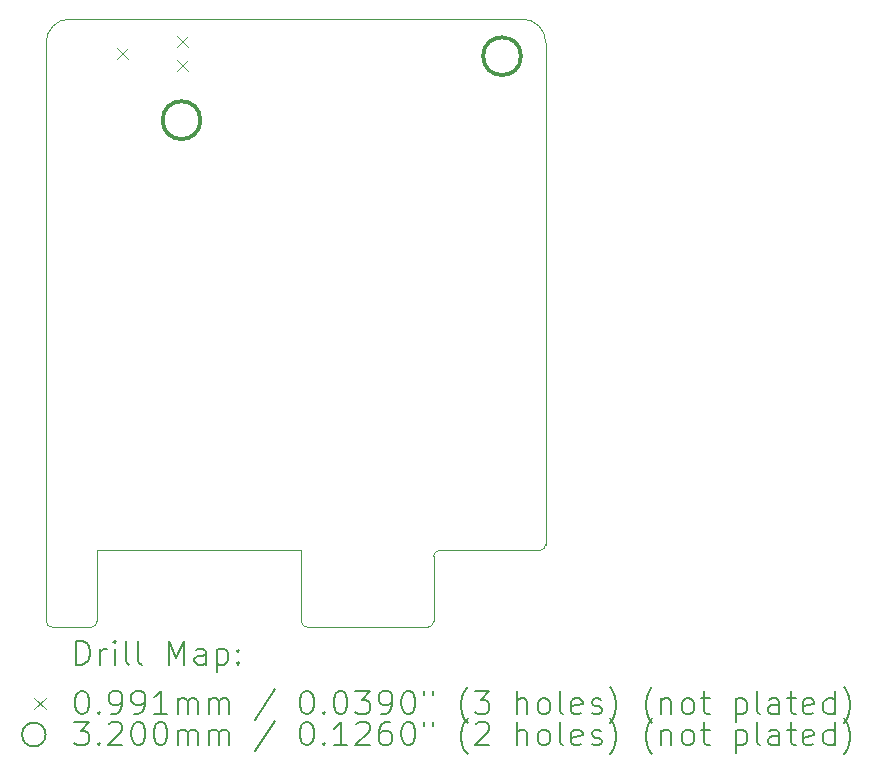
<source format=gbr>
%TF.GenerationSoftware,KiCad,Pcbnew,7.0.9*%
%TF.CreationDate,2023-12-30T12:31:23+01:00*%
%TF.ProjectId,ithowifi_4l,6974686f-7769-4666-995f-346c2e6b6963,rev?*%
%TF.SameCoordinates,Original*%
%TF.FileFunction,Drillmap*%
%TF.FilePolarity,Positive*%
%FSLAX45Y45*%
G04 Gerber Fmt 4.5, Leading zero omitted, Abs format (unit mm)*
G04 Created by KiCad (PCBNEW 7.0.9) date 2023-12-30 12:31:23*
%MOMM*%
%LPD*%
G01*
G04 APERTURE LIST*
%ADD10C,0.100000*%
%ADD11C,0.200000*%
%ADD12C,0.320000*%
G04 APERTURE END LIST*
D10*
X8303200Y-15596800D02*
G75*
G03*
X8353200Y-15646800I50000J0D01*
G01*
X12533200Y-10696800D02*
G75*
G03*
X12333200Y-10496800I-200000J0D01*
G01*
X12333200Y-10496800D02*
X8503200Y-10496800D01*
X12483200Y-14996800D02*
G75*
G03*
X12533200Y-14946800I0J50000D01*
G01*
X8683200Y-15646800D02*
X8353200Y-15646800D01*
X11533200Y-15646800D02*
X10513200Y-15646800D01*
X10463200Y-15596800D02*
G75*
G03*
X10513200Y-15646800I50000J0D01*
G01*
X11533200Y-15646800D02*
G75*
G03*
X11583200Y-15596800I0J50000D01*
G01*
X11583200Y-15596800D02*
X11583200Y-15046800D01*
X10463200Y-14996800D02*
X8733200Y-14996800D01*
X11633200Y-14996800D02*
G75*
G03*
X11583200Y-15046800I0J-50000D01*
G01*
X8733200Y-14996800D02*
X8733200Y-15596800D01*
X10463200Y-15596800D02*
X10463200Y-14996800D01*
X8683200Y-15646800D02*
G75*
G03*
X8733200Y-15596800I0J50000D01*
G01*
X8303200Y-15596800D02*
X8303200Y-10696800D01*
X8503200Y-10496800D02*
G75*
G03*
X8303200Y-10696800I0J-200000D01*
G01*
X12533200Y-10696800D02*
X12533200Y-14946800D01*
X12483200Y-14996800D02*
X11633200Y-14996800D01*
D11*
D10*
X8900070Y-10740610D02*
X8999130Y-10839670D01*
X8999130Y-10740610D02*
X8900070Y-10839670D01*
X9408070Y-10639010D02*
X9507130Y-10738070D01*
X9507130Y-10639010D02*
X9408070Y-10738070D01*
X9408070Y-10842210D02*
X9507130Y-10941270D01*
X9507130Y-10842210D02*
X9408070Y-10941270D01*
D12*
X9608800Y-11353800D02*
G75*
G03*
X9608800Y-11353800I-160000J0D01*
G01*
X12323000Y-10812000D02*
G75*
G03*
X12323000Y-10812000I-160000J0D01*
G01*
D11*
X8558977Y-15963284D02*
X8558977Y-15763284D01*
X8558977Y-15763284D02*
X8606596Y-15763284D01*
X8606596Y-15763284D02*
X8635167Y-15772808D01*
X8635167Y-15772808D02*
X8654215Y-15791855D01*
X8654215Y-15791855D02*
X8663739Y-15810903D01*
X8663739Y-15810903D02*
X8673263Y-15848998D01*
X8673263Y-15848998D02*
X8673263Y-15877569D01*
X8673263Y-15877569D02*
X8663739Y-15915665D01*
X8663739Y-15915665D02*
X8654215Y-15934712D01*
X8654215Y-15934712D02*
X8635167Y-15953760D01*
X8635167Y-15953760D02*
X8606596Y-15963284D01*
X8606596Y-15963284D02*
X8558977Y-15963284D01*
X8758977Y-15963284D02*
X8758977Y-15829950D01*
X8758977Y-15868046D02*
X8768501Y-15848998D01*
X8768501Y-15848998D02*
X8778024Y-15839474D01*
X8778024Y-15839474D02*
X8797072Y-15829950D01*
X8797072Y-15829950D02*
X8816120Y-15829950D01*
X8882786Y-15963284D02*
X8882786Y-15829950D01*
X8882786Y-15763284D02*
X8873263Y-15772808D01*
X8873263Y-15772808D02*
X8882786Y-15782331D01*
X8882786Y-15782331D02*
X8892310Y-15772808D01*
X8892310Y-15772808D02*
X8882786Y-15763284D01*
X8882786Y-15763284D02*
X8882786Y-15782331D01*
X9006596Y-15963284D02*
X8987548Y-15953760D01*
X8987548Y-15953760D02*
X8978024Y-15934712D01*
X8978024Y-15934712D02*
X8978024Y-15763284D01*
X9111358Y-15963284D02*
X9092310Y-15953760D01*
X9092310Y-15953760D02*
X9082786Y-15934712D01*
X9082786Y-15934712D02*
X9082786Y-15763284D01*
X9339929Y-15963284D02*
X9339929Y-15763284D01*
X9339929Y-15763284D02*
X9406596Y-15906141D01*
X9406596Y-15906141D02*
X9473263Y-15763284D01*
X9473263Y-15763284D02*
X9473263Y-15963284D01*
X9654215Y-15963284D02*
X9654215Y-15858522D01*
X9654215Y-15858522D02*
X9644691Y-15839474D01*
X9644691Y-15839474D02*
X9625644Y-15829950D01*
X9625644Y-15829950D02*
X9587548Y-15829950D01*
X9587548Y-15829950D02*
X9568501Y-15839474D01*
X9654215Y-15953760D02*
X9635167Y-15963284D01*
X9635167Y-15963284D02*
X9587548Y-15963284D01*
X9587548Y-15963284D02*
X9568501Y-15953760D01*
X9568501Y-15953760D02*
X9558977Y-15934712D01*
X9558977Y-15934712D02*
X9558977Y-15915665D01*
X9558977Y-15915665D02*
X9568501Y-15896617D01*
X9568501Y-15896617D02*
X9587548Y-15887093D01*
X9587548Y-15887093D02*
X9635167Y-15887093D01*
X9635167Y-15887093D02*
X9654215Y-15877569D01*
X9749453Y-15829950D02*
X9749453Y-16029950D01*
X9749453Y-15839474D02*
X9768501Y-15829950D01*
X9768501Y-15829950D02*
X9806596Y-15829950D01*
X9806596Y-15829950D02*
X9825644Y-15839474D01*
X9825644Y-15839474D02*
X9835167Y-15848998D01*
X9835167Y-15848998D02*
X9844691Y-15868046D01*
X9844691Y-15868046D02*
X9844691Y-15925188D01*
X9844691Y-15925188D02*
X9835167Y-15944236D01*
X9835167Y-15944236D02*
X9825644Y-15953760D01*
X9825644Y-15953760D02*
X9806596Y-15963284D01*
X9806596Y-15963284D02*
X9768501Y-15963284D01*
X9768501Y-15963284D02*
X9749453Y-15953760D01*
X9930405Y-15944236D02*
X9939929Y-15953760D01*
X9939929Y-15953760D02*
X9930405Y-15963284D01*
X9930405Y-15963284D02*
X9920882Y-15953760D01*
X9920882Y-15953760D02*
X9930405Y-15944236D01*
X9930405Y-15944236D02*
X9930405Y-15963284D01*
X9930405Y-15839474D02*
X9939929Y-15848998D01*
X9939929Y-15848998D02*
X9930405Y-15858522D01*
X9930405Y-15858522D02*
X9920882Y-15848998D01*
X9920882Y-15848998D02*
X9930405Y-15839474D01*
X9930405Y-15839474D02*
X9930405Y-15858522D01*
D10*
X8199140Y-16242270D02*
X8298200Y-16341330D01*
X8298200Y-16242270D02*
X8199140Y-16341330D01*
D11*
X8597072Y-16183284D02*
X8616120Y-16183284D01*
X8616120Y-16183284D02*
X8635167Y-16192808D01*
X8635167Y-16192808D02*
X8644691Y-16202331D01*
X8644691Y-16202331D02*
X8654215Y-16221379D01*
X8654215Y-16221379D02*
X8663739Y-16259474D01*
X8663739Y-16259474D02*
X8663739Y-16307093D01*
X8663739Y-16307093D02*
X8654215Y-16345188D01*
X8654215Y-16345188D02*
X8644691Y-16364236D01*
X8644691Y-16364236D02*
X8635167Y-16373760D01*
X8635167Y-16373760D02*
X8616120Y-16383284D01*
X8616120Y-16383284D02*
X8597072Y-16383284D01*
X8597072Y-16383284D02*
X8578024Y-16373760D01*
X8578024Y-16373760D02*
X8568501Y-16364236D01*
X8568501Y-16364236D02*
X8558977Y-16345188D01*
X8558977Y-16345188D02*
X8549453Y-16307093D01*
X8549453Y-16307093D02*
X8549453Y-16259474D01*
X8549453Y-16259474D02*
X8558977Y-16221379D01*
X8558977Y-16221379D02*
X8568501Y-16202331D01*
X8568501Y-16202331D02*
X8578024Y-16192808D01*
X8578024Y-16192808D02*
X8597072Y-16183284D01*
X8749453Y-16364236D02*
X8758977Y-16373760D01*
X8758977Y-16373760D02*
X8749453Y-16383284D01*
X8749453Y-16383284D02*
X8739929Y-16373760D01*
X8739929Y-16373760D02*
X8749453Y-16364236D01*
X8749453Y-16364236D02*
X8749453Y-16383284D01*
X8854215Y-16383284D02*
X8892310Y-16383284D01*
X8892310Y-16383284D02*
X8911358Y-16373760D01*
X8911358Y-16373760D02*
X8920882Y-16364236D01*
X8920882Y-16364236D02*
X8939929Y-16335665D01*
X8939929Y-16335665D02*
X8949453Y-16297569D01*
X8949453Y-16297569D02*
X8949453Y-16221379D01*
X8949453Y-16221379D02*
X8939929Y-16202331D01*
X8939929Y-16202331D02*
X8930405Y-16192808D01*
X8930405Y-16192808D02*
X8911358Y-16183284D01*
X8911358Y-16183284D02*
X8873263Y-16183284D01*
X8873263Y-16183284D02*
X8854215Y-16192808D01*
X8854215Y-16192808D02*
X8844691Y-16202331D01*
X8844691Y-16202331D02*
X8835167Y-16221379D01*
X8835167Y-16221379D02*
X8835167Y-16268998D01*
X8835167Y-16268998D02*
X8844691Y-16288046D01*
X8844691Y-16288046D02*
X8854215Y-16297569D01*
X8854215Y-16297569D02*
X8873263Y-16307093D01*
X8873263Y-16307093D02*
X8911358Y-16307093D01*
X8911358Y-16307093D02*
X8930405Y-16297569D01*
X8930405Y-16297569D02*
X8939929Y-16288046D01*
X8939929Y-16288046D02*
X8949453Y-16268998D01*
X9044691Y-16383284D02*
X9082786Y-16383284D01*
X9082786Y-16383284D02*
X9101834Y-16373760D01*
X9101834Y-16373760D02*
X9111358Y-16364236D01*
X9111358Y-16364236D02*
X9130405Y-16335665D01*
X9130405Y-16335665D02*
X9139929Y-16297569D01*
X9139929Y-16297569D02*
X9139929Y-16221379D01*
X9139929Y-16221379D02*
X9130405Y-16202331D01*
X9130405Y-16202331D02*
X9120882Y-16192808D01*
X9120882Y-16192808D02*
X9101834Y-16183284D01*
X9101834Y-16183284D02*
X9063739Y-16183284D01*
X9063739Y-16183284D02*
X9044691Y-16192808D01*
X9044691Y-16192808D02*
X9035167Y-16202331D01*
X9035167Y-16202331D02*
X9025644Y-16221379D01*
X9025644Y-16221379D02*
X9025644Y-16268998D01*
X9025644Y-16268998D02*
X9035167Y-16288046D01*
X9035167Y-16288046D02*
X9044691Y-16297569D01*
X9044691Y-16297569D02*
X9063739Y-16307093D01*
X9063739Y-16307093D02*
X9101834Y-16307093D01*
X9101834Y-16307093D02*
X9120882Y-16297569D01*
X9120882Y-16297569D02*
X9130405Y-16288046D01*
X9130405Y-16288046D02*
X9139929Y-16268998D01*
X9330405Y-16383284D02*
X9216120Y-16383284D01*
X9273263Y-16383284D02*
X9273263Y-16183284D01*
X9273263Y-16183284D02*
X9254215Y-16211855D01*
X9254215Y-16211855D02*
X9235167Y-16230903D01*
X9235167Y-16230903D02*
X9216120Y-16240427D01*
X9416120Y-16383284D02*
X9416120Y-16249950D01*
X9416120Y-16268998D02*
X9425644Y-16259474D01*
X9425644Y-16259474D02*
X9444691Y-16249950D01*
X9444691Y-16249950D02*
X9473263Y-16249950D01*
X9473263Y-16249950D02*
X9492310Y-16259474D01*
X9492310Y-16259474D02*
X9501834Y-16278522D01*
X9501834Y-16278522D02*
X9501834Y-16383284D01*
X9501834Y-16278522D02*
X9511358Y-16259474D01*
X9511358Y-16259474D02*
X9530405Y-16249950D01*
X9530405Y-16249950D02*
X9558977Y-16249950D01*
X9558977Y-16249950D02*
X9578025Y-16259474D01*
X9578025Y-16259474D02*
X9587548Y-16278522D01*
X9587548Y-16278522D02*
X9587548Y-16383284D01*
X9682786Y-16383284D02*
X9682786Y-16249950D01*
X9682786Y-16268998D02*
X9692310Y-16259474D01*
X9692310Y-16259474D02*
X9711358Y-16249950D01*
X9711358Y-16249950D02*
X9739929Y-16249950D01*
X9739929Y-16249950D02*
X9758977Y-16259474D01*
X9758977Y-16259474D02*
X9768501Y-16278522D01*
X9768501Y-16278522D02*
X9768501Y-16383284D01*
X9768501Y-16278522D02*
X9778025Y-16259474D01*
X9778025Y-16259474D02*
X9797072Y-16249950D01*
X9797072Y-16249950D02*
X9825644Y-16249950D01*
X9825644Y-16249950D02*
X9844691Y-16259474D01*
X9844691Y-16259474D02*
X9854215Y-16278522D01*
X9854215Y-16278522D02*
X9854215Y-16383284D01*
X10244691Y-16173760D02*
X10073263Y-16430903D01*
X10501834Y-16183284D02*
X10520882Y-16183284D01*
X10520882Y-16183284D02*
X10539929Y-16192808D01*
X10539929Y-16192808D02*
X10549453Y-16202331D01*
X10549453Y-16202331D02*
X10558977Y-16221379D01*
X10558977Y-16221379D02*
X10568501Y-16259474D01*
X10568501Y-16259474D02*
X10568501Y-16307093D01*
X10568501Y-16307093D02*
X10558977Y-16345188D01*
X10558977Y-16345188D02*
X10549453Y-16364236D01*
X10549453Y-16364236D02*
X10539929Y-16373760D01*
X10539929Y-16373760D02*
X10520882Y-16383284D01*
X10520882Y-16383284D02*
X10501834Y-16383284D01*
X10501834Y-16383284D02*
X10482787Y-16373760D01*
X10482787Y-16373760D02*
X10473263Y-16364236D01*
X10473263Y-16364236D02*
X10463739Y-16345188D01*
X10463739Y-16345188D02*
X10454215Y-16307093D01*
X10454215Y-16307093D02*
X10454215Y-16259474D01*
X10454215Y-16259474D02*
X10463739Y-16221379D01*
X10463739Y-16221379D02*
X10473263Y-16202331D01*
X10473263Y-16202331D02*
X10482787Y-16192808D01*
X10482787Y-16192808D02*
X10501834Y-16183284D01*
X10654215Y-16364236D02*
X10663739Y-16373760D01*
X10663739Y-16373760D02*
X10654215Y-16383284D01*
X10654215Y-16383284D02*
X10644691Y-16373760D01*
X10644691Y-16373760D02*
X10654215Y-16364236D01*
X10654215Y-16364236D02*
X10654215Y-16383284D01*
X10787548Y-16183284D02*
X10806596Y-16183284D01*
X10806596Y-16183284D02*
X10825644Y-16192808D01*
X10825644Y-16192808D02*
X10835168Y-16202331D01*
X10835168Y-16202331D02*
X10844691Y-16221379D01*
X10844691Y-16221379D02*
X10854215Y-16259474D01*
X10854215Y-16259474D02*
X10854215Y-16307093D01*
X10854215Y-16307093D02*
X10844691Y-16345188D01*
X10844691Y-16345188D02*
X10835168Y-16364236D01*
X10835168Y-16364236D02*
X10825644Y-16373760D01*
X10825644Y-16373760D02*
X10806596Y-16383284D01*
X10806596Y-16383284D02*
X10787548Y-16383284D01*
X10787548Y-16383284D02*
X10768501Y-16373760D01*
X10768501Y-16373760D02*
X10758977Y-16364236D01*
X10758977Y-16364236D02*
X10749453Y-16345188D01*
X10749453Y-16345188D02*
X10739929Y-16307093D01*
X10739929Y-16307093D02*
X10739929Y-16259474D01*
X10739929Y-16259474D02*
X10749453Y-16221379D01*
X10749453Y-16221379D02*
X10758977Y-16202331D01*
X10758977Y-16202331D02*
X10768501Y-16192808D01*
X10768501Y-16192808D02*
X10787548Y-16183284D01*
X10920882Y-16183284D02*
X11044691Y-16183284D01*
X11044691Y-16183284D02*
X10978025Y-16259474D01*
X10978025Y-16259474D02*
X11006596Y-16259474D01*
X11006596Y-16259474D02*
X11025644Y-16268998D01*
X11025644Y-16268998D02*
X11035168Y-16278522D01*
X11035168Y-16278522D02*
X11044691Y-16297569D01*
X11044691Y-16297569D02*
X11044691Y-16345188D01*
X11044691Y-16345188D02*
X11035168Y-16364236D01*
X11035168Y-16364236D02*
X11025644Y-16373760D01*
X11025644Y-16373760D02*
X11006596Y-16383284D01*
X11006596Y-16383284D02*
X10949453Y-16383284D01*
X10949453Y-16383284D02*
X10930406Y-16373760D01*
X10930406Y-16373760D02*
X10920882Y-16364236D01*
X11139929Y-16383284D02*
X11178025Y-16383284D01*
X11178025Y-16383284D02*
X11197072Y-16373760D01*
X11197072Y-16373760D02*
X11206596Y-16364236D01*
X11206596Y-16364236D02*
X11225644Y-16335665D01*
X11225644Y-16335665D02*
X11235167Y-16297569D01*
X11235167Y-16297569D02*
X11235167Y-16221379D01*
X11235167Y-16221379D02*
X11225644Y-16202331D01*
X11225644Y-16202331D02*
X11216120Y-16192808D01*
X11216120Y-16192808D02*
X11197072Y-16183284D01*
X11197072Y-16183284D02*
X11158977Y-16183284D01*
X11158977Y-16183284D02*
X11139929Y-16192808D01*
X11139929Y-16192808D02*
X11130406Y-16202331D01*
X11130406Y-16202331D02*
X11120882Y-16221379D01*
X11120882Y-16221379D02*
X11120882Y-16268998D01*
X11120882Y-16268998D02*
X11130406Y-16288046D01*
X11130406Y-16288046D02*
X11139929Y-16297569D01*
X11139929Y-16297569D02*
X11158977Y-16307093D01*
X11158977Y-16307093D02*
X11197072Y-16307093D01*
X11197072Y-16307093D02*
X11216120Y-16297569D01*
X11216120Y-16297569D02*
X11225644Y-16288046D01*
X11225644Y-16288046D02*
X11235167Y-16268998D01*
X11358977Y-16183284D02*
X11378025Y-16183284D01*
X11378025Y-16183284D02*
X11397072Y-16192808D01*
X11397072Y-16192808D02*
X11406596Y-16202331D01*
X11406596Y-16202331D02*
X11416120Y-16221379D01*
X11416120Y-16221379D02*
X11425644Y-16259474D01*
X11425644Y-16259474D02*
X11425644Y-16307093D01*
X11425644Y-16307093D02*
X11416120Y-16345188D01*
X11416120Y-16345188D02*
X11406596Y-16364236D01*
X11406596Y-16364236D02*
X11397072Y-16373760D01*
X11397072Y-16373760D02*
X11378025Y-16383284D01*
X11378025Y-16383284D02*
X11358977Y-16383284D01*
X11358977Y-16383284D02*
X11339929Y-16373760D01*
X11339929Y-16373760D02*
X11330406Y-16364236D01*
X11330406Y-16364236D02*
X11320882Y-16345188D01*
X11320882Y-16345188D02*
X11311358Y-16307093D01*
X11311358Y-16307093D02*
X11311358Y-16259474D01*
X11311358Y-16259474D02*
X11320882Y-16221379D01*
X11320882Y-16221379D02*
X11330406Y-16202331D01*
X11330406Y-16202331D02*
X11339929Y-16192808D01*
X11339929Y-16192808D02*
X11358977Y-16183284D01*
X11501834Y-16183284D02*
X11501834Y-16221379D01*
X11578025Y-16183284D02*
X11578025Y-16221379D01*
X11873263Y-16459474D02*
X11863739Y-16449950D01*
X11863739Y-16449950D02*
X11844691Y-16421379D01*
X11844691Y-16421379D02*
X11835168Y-16402331D01*
X11835168Y-16402331D02*
X11825644Y-16373760D01*
X11825644Y-16373760D02*
X11816120Y-16326141D01*
X11816120Y-16326141D02*
X11816120Y-16288046D01*
X11816120Y-16288046D02*
X11825644Y-16240427D01*
X11825644Y-16240427D02*
X11835168Y-16211855D01*
X11835168Y-16211855D02*
X11844691Y-16192808D01*
X11844691Y-16192808D02*
X11863739Y-16164236D01*
X11863739Y-16164236D02*
X11873263Y-16154712D01*
X11930406Y-16183284D02*
X12054215Y-16183284D01*
X12054215Y-16183284D02*
X11987548Y-16259474D01*
X11987548Y-16259474D02*
X12016120Y-16259474D01*
X12016120Y-16259474D02*
X12035168Y-16268998D01*
X12035168Y-16268998D02*
X12044691Y-16278522D01*
X12044691Y-16278522D02*
X12054215Y-16297569D01*
X12054215Y-16297569D02*
X12054215Y-16345188D01*
X12054215Y-16345188D02*
X12044691Y-16364236D01*
X12044691Y-16364236D02*
X12035168Y-16373760D01*
X12035168Y-16373760D02*
X12016120Y-16383284D01*
X12016120Y-16383284D02*
X11958977Y-16383284D01*
X11958977Y-16383284D02*
X11939929Y-16373760D01*
X11939929Y-16373760D02*
X11930406Y-16364236D01*
X12292310Y-16383284D02*
X12292310Y-16183284D01*
X12378025Y-16383284D02*
X12378025Y-16278522D01*
X12378025Y-16278522D02*
X12368501Y-16259474D01*
X12368501Y-16259474D02*
X12349453Y-16249950D01*
X12349453Y-16249950D02*
X12320882Y-16249950D01*
X12320882Y-16249950D02*
X12301834Y-16259474D01*
X12301834Y-16259474D02*
X12292310Y-16268998D01*
X12501834Y-16383284D02*
X12482787Y-16373760D01*
X12482787Y-16373760D02*
X12473263Y-16364236D01*
X12473263Y-16364236D02*
X12463739Y-16345188D01*
X12463739Y-16345188D02*
X12463739Y-16288046D01*
X12463739Y-16288046D02*
X12473263Y-16268998D01*
X12473263Y-16268998D02*
X12482787Y-16259474D01*
X12482787Y-16259474D02*
X12501834Y-16249950D01*
X12501834Y-16249950D02*
X12530406Y-16249950D01*
X12530406Y-16249950D02*
X12549453Y-16259474D01*
X12549453Y-16259474D02*
X12558977Y-16268998D01*
X12558977Y-16268998D02*
X12568501Y-16288046D01*
X12568501Y-16288046D02*
X12568501Y-16345188D01*
X12568501Y-16345188D02*
X12558977Y-16364236D01*
X12558977Y-16364236D02*
X12549453Y-16373760D01*
X12549453Y-16373760D02*
X12530406Y-16383284D01*
X12530406Y-16383284D02*
X12501834Y-16383284D01*
X12682787Y-16383284D02*
X12663739Y-16373760D01*
X12663739Y-16373760D02*
X12654215Y-16354712D01*
X12654215Y-16354712D02*
X12654215Y-16183284D01*
X12835168Y-16373760D02*
X12816120Y-16383284D01*
X12816120Y-16383284D02*
X12778025Y-16383284D01*
X12778025Y-16383284D02*
X12758977Y-16373760D01*
X12758977Y-16373760D02*
X12749453Y-16354712D01*
X12749453Y-16354712D02*
X12749453Y-16278522D01*
X12749453Y-16278522D02*
X12758977Y-16259474D01*
X12758977Y-16259474D02*
X12778025Y-16249950D01*
X12778025Y-16249950D02*
X12816120Y-16249950D01*
X12816120Y-16249950D02*
X12835168Y-16259474D01*
X12835168Y-16259474D02*
X12844691Y-16278522D01*
X12844691Y-16278522D02*
X12844691Y-16297569D01*
X12844691Y-16297569D02*
X12749453Y-16316617D01*
X12920882Y-16373760D02*
X12939930Y-16383284D01*
X12939930Y-16383284D02*
X12978025Y-16383284D01*
X12978025Y-16383284D02*
X12997072Y-16373760D01*
X12997072Y-16373760D02*
X13006596Y-16354712D01*
X13006596Y-16354712D02*
X13006596Y-16345188D01*
X13006596Y-16345188D02*
X12997072Y-16326141D01*
X12997072Y-16326141D02*
X12978025Y-16316617D01*
X12978025Y-16316617D02*
X12949453Y-16316617D01*
X12949453Y-16316617D02*
X12930406Y-16307093D01*
X12930406Y-16307093D02*
X12920882Y-16288046D01*
X12920882Y-16288046D02*
X12920882Y-16278522D01*
X12920882Y-16278522D02*
X12930406Y-16259474D01*
X12930406Y-16259474D02*
X12949453Y-16249950D01*
X12949453Y-16249950D02*
X12978025Y-16249950D01*
X12978025Y-16249950D02*
X12997072Y-16259474D01*
X13073263Y-16459474D02*
X13082787Y-16449950D01*
X13082787Y-16449950D02*
X13101834Y-16421379D01*
X13101834Y-16421379D02*
X13111358Y-16402331D01*
X13111358Y-16402331D02*
X13120882Y-16373760D01*
X13120882Y-16373760D02*
X13130406Y-16326141D01*
X13130406Y-16326141D02*
X13130406Y-16288046D01*
X13130406Y-16288046D02*
X13120882Y-16240427D01*
X13120882Y-16240427D02*
X13111358Y-16211855D01*
X13111358Y-16211855D02*
X13101834Y-16192808D01*
X13101834Y-16192808D02*
X13082787Y-16164236D01*
X13082787Y-16164236D02*
X13073263Y-16154712D01*
X13435168Y-16459474D02*
X13425644Y-16449950D01*
X13425644Y-16449950D02*
X13406596Y-16421379D01*
X13406596Y-16421379D02*
X13397072Y-16402331D01*
X13397072Y-16402331D02*
X13387549Y-16373760D01*
X13387549Y-16373760D02*
X13378025Y-16326141D01*
X13378025Y-16326141D02*
X13378025Y-16288046D01*
X13378025Y-16288046D02*
X13387549Y-16240427D01*
X13387549Y-16240427D02*
X13397072Y-16211855D01*
X13397072Y-16211855D02*
X13406596Y-16192808D01*
X13406596Y-16192808D02*
X13425644Y-16164236D01*
X13425644Y-16164236D02*
X13435168Y-16154712D01*
X13511358Y-16249950D02*
X13511358Y-16383284D01*
X13511358Y-16268998D02*
X13520882Y-16259474D01*
X13520882Y-16259474D02*
X13539930Y-16249950D01*
X13539930Y-16249950D02*
X13568501Y-16249950D01*
X13568501Y-16249950D02*
X13587549Y-16259474D01*
X13587549Y-16259474D02*
X13597072Y-16278522D01*
X13597072Y-16278522D02*
X13597072Y-16383284D01*
X13720882Y-16383284D02*
X13701834Y-16373760D01*
X13701834Y-16373760D02*
X13692311Y-16364236D01*
X13692311Y-16364236D02*
X13682787Y-16345188D01*
X13682787Y-16345188D02*
X13682787Y-16288046D01*
X13682787Y-16288046D02*
X13692311Y-16268998D01*
X13692311Y-16268998D02*
X13701834Y-16259474D01*
X13701834Y-16259474D02*
X13720882Y-16249950D01*
X13720882Y-16249950D02*
X13749453Y-16249950D01*
X13749453Y-16249950D02*
X13768501Y-16259474D01*
X13768501Y-16259474D02*
X13778025Y-16268998D01*
X13778025Y-16268998D02*
X13787549Y-16288046D01*
X13787549Y-16288046D02*
X13787549Y-16345188D01*
X13787549Y-16345188D02*
X13778025Y-16364236D01*
X13778025Y-16364236D02*
X13768501Y-16373760D01*
X13768501Y-16373760D02*
X13749453Y-16383284D01*
X13749453Y-16383284D02*
X13720882Y-16383284D01*
X13844692Y-16249950D02*
X13920882Y-16249950D01*
X13873263Y-16183284D02*
X13873263Y-16354712D01*
X13873263Y-16354712D02*
X13882787Y-16373760D01*
X13882787Y-16373760D02*
X13901834Y-16383284D01*
X13901834Y-16383284D02*
X13920882Y-16383284D01*
X14139930Y-16249950D02*
X14139930Y-16449950D01*
X14139930Y-16259474D02*
X14158977Y-16249950D01*
X14158977Y-16249950D02*
X14197073Y-16249950D01*
X14197073Y-16249950D02*
X14216120Y-16259474D01*
X14216120Y-16259474D02*
X14225644Y-16268998D01*
X14225644Y-16268998D02*
X14235168Y-16288046D01*
X14235168Y-16288046D02*
X14235168Y-16345188D01*
X14235168Y-16345188D02*
X14225644Y-16364236D01*
X14225644Y-16364236D02*
X14216120Y-16373760D01*
X14216120Y-16373760D02*
X14197073Y-16383284D01*
X14197073Y-16383284D02*
X14158977Y-16383284D01*
X14158977Y-16383284D02*
X14139930Y-16373760D01*
X14349453Y-16383284D02*
X14330406Y-16373760D01*
X14330406Y-16373760D02*
X14320882Y-16354712D01*
X14320882Y-16354712D02*
X14320882Y-16183284D01*
X14511358Y-16383284D02*
X14511358Y-16278522D01*
X14511358Y-16278522D02*
X14501834Y-16259474D01*
X14501834Y-16259474D02*
X14482787Y-16249950D01*
X14482787Y-16249950D02*
X14444692Y-16249950D01*
X14444692Y-16249950D02*
X14425644Y-16259474D01*
X14511358Y-16373760D02*
X14492311Y-16383284D01*
X14492311Y-16383284D02*
X14444692Y-16383284D01*
X14444692Y-16383284D02*
X14425644Y-16373760D01*
X14425644Y-16373760D02*
X14416120Y-16354712D01*
X14416120Y-16354712D02*
X14416120Y-16335665D01*
X14416120Y-16335665D02*
X14425644Y-16316617D01*
X14425644Y-16316617D02*
X14444692Y-16307093D01*
X14444692Y-16307093D02*
X14492311Y-16307093D01*
X14492311Y-16307093D02*
X14511358Y-16297569D01*
X14578025Y-16249950D02*
X14654215Y-16249950D01*
X14606596Y-16183284D02*
X14606596Y-16354712D01*
X14606596Y-16354712D02*
X14616120Y-16373760D01*
X14616120Y-16373760D02*
X14635168Y-16383284D01*
X14635168Y-16383284D02*
X14654215Y-16383284D01*
X14797073Y-16373760D02*
X14778025Y-16383284D01*
X14778025Y-16383284D02*
X14739930Y-16383284D01*
X14739930Y-16383284D02*
X14720882Y-16373760D01*
X14720882Y-16373760D02*
X14711358Y-16354712D01*
X14711358Y-16354712D02*
X14711358Y-16278522D01*
X14711358Y-16278522D02*
X14720882Y-16259474D01*
X14720882Y-16259474D02*
X14739930Y-16249950D01*
X14739930Y-16249950D02*
X14778025Y-16249950D01*
X14778025Y-16249950D02*
X14797073Y-16259474D01*
X14797073Y-16259474D02*
X14806596Y-16278522D01*
X14806596Y-16278522D02*
X14806596Y-16297569D01*
X14806596Y-16297569D02*
X14711358Y-16316617D01*
X14978025Y-16383284D02*
X14978025Y-16183284D01*
X14978025Y-16373760D02*
X14958977Y-16383284D01*
X14958977Y-16383284D02*
X14920882Y-16383284D01*
X14920882Y-16383284D02*
X14901834Y-16373760D01*
X14901834Y-16373760D02*
X14892311Y-16364236D01*
X14892311Y-16364236D02*
X14882787Y-16345188D01*
X14882787Y-16345188D02*
X14882787Y-16288046D01*
X14882787Y-16288046D02*
X14892311Y-16268998D01*
X14892311Y-16268998D02*
X14901834Y-16259474D01*
X14901834Y-16259474D02*
X14920882Y-16249950D01*
X14920882Y-16249950D02*
X14958977Y-16249950D01*
X14958977Y-16249950D02*
X14978025Y-16259474D01*
X15054215Y-16459474D02*
X15063739Y-16449950D01*
X15063739Y-16449950D02*
X15082787Y-16421379D01*
X15082787Y-16421379D02*
X15092311Y-16402331D01*
X15092311Y-16402331D02*
X15101834Y-16373760D01*
X15101834Y-16373760D02*
X15111358Y-16326141D01*
X15111358Y-16326141D02*
X15111358Y-16288046D01*
X15111358Y-16288046D02*
X15101834Y-16240427D01*
X15101834Y-16240427D02*
X15092311Y-16211855D01*
X15092311Y-16211855D02*
X15082787Y-16192808D01*
X15082787Y-16192808D02*
X15063739Y-16164236D01*
X15063739Y-16164236D02*
X15054215Y-16154712D01*
X8298200Y-16555800D02*
G75*
G03*
X8298200Y-16555800I-100000J0D01*
G01*
X8539929Y-16447284D02*
X8663739Y-16447284D01*
X8663739Y-16447284D02*
X8597072Y-16523474D01*
X8597072Y-16523474D02*
X8625644Y-16523474D01*
X8625644Y-16523474D02*
X8644691Y-16532998D01*
X8644691Y-16532998D02*
X8654215Y-16542522D01*
X8654215Y-16542522D02*
X8663739Y-16561569D01*
X8663739Y-16561569D02*
X8663739Y-16609188D01*
X8663739Y-16609188D02*
X8654215Y-16628236D01*
X8654215Y-16628236D02*
X8644691Y-16637760D01*
X8644691Y-16637760D02*
X8625644Y-16647284D01*
X8625644Y-16647284D02*
X8568501Y-16647284D01*
X8568501Y-16647284D02*
X8549453Y-16637760D01*
X8549453Y-16637760D02*
X8539929Y-16628236D01*
X8749453Y-16628236D02*
X8758977Y-16637760D01*
X8758977Y-16637760D02*
X8749453Y-16647284D01*
X8749453Y-16647284D02*
X8739929Y-16637760D01*
X8739929Y-16637760D02*
X8749453Y-16628236D01*
X8749453Y-16628236D02*
X8749453Y-16647284D01*
X8835167Y-16466331D02*
X8844691Y-16456808D01*
X8844691Y-16456808D02*
X8863739Y-16447284D01*
X8863739Y-16447284D02*
X8911358Y-16447284D01*
X8911358Y-16447284D02*
X8930405Y-16456808D01*
X8930405Y-16456808D02*
X8939929Y-16466331D01*
X8939929Y-16466331D02*
X8949453Y-16485379D01*
X8949453Y-16485379D02*
X8949453Y-16504427D01*
X8949453Y-16504427D02*
X8939929Y-16532998D01*
X8939929Y-16532998D02*
X8825644Y-16647284D01*
X8825644Y-16647284D02*
X8949453Y-16647284D01*
X9073263Y-16447284D02*
X9092310Y-16447284D01*
X9092310Y-16447284D02*
X9111358Y-16456808D01*
X9111358Y-16456808D02*
X9120882Y-16466331D01*
X9120882Y-16466331D02*
X9130405Y-16485379D01*
X9130405Y-16485379D02*
X9139929Y-16523474D01*
X9139929Y-16523474D02*
X9139929Y-16571093D01*
X9139929Y-16571093D02*
X9130405Y-16609188D01*
X9130405Y-16609188D02*
X9120882Y-16628236D01*
X9120882Y-16628236D02*
X9111358Y-16637760D01*
X9111358Y-16637760D02*
X9092310Y-16647284D01*
X9092310Y-16647284D02*
X9073263Y-16647284D01*
X9073263Y-16647284D02*
X9054215Y-16637760D01*
X9054215Y-16637760D02*
X9044691Y-16628236D01*
X9044691Y-16628236D02*
X9035167Y-16609188D01*
X9035167Y-16609188D02*
X9025644Y-16571093D01*
X9025644Y-16571093D02*
X9025644Y-16523474D01*
X9025644Y-16523474D02*
X9035167Y-16485379D01*
X9035167Y-16485379D02*
X9044691Y-16466331D01*
X9044691Y-16466331D02*
X9054215Y-16456808D01*
X9054215Y-16456808D02*
X9073263Y-16447284D01*
X9263739Y-16447284D02*
X9282786Y-16447284D01*
X9282786Y-16447284D02*
X9301834Y-16456808D01*
X9301834Y-16456808D02*
X9311358Y-16466331D01*
X9311358Y-16466331D02*
X9320882Y-16485379D01*
X9320882Y-16485379D02*
X9330405Y-16523474D01*
X9330405Y-16523474D02*
X9330405Y-16571093D01*
X9330405Y-16571093D02*
X9320882Y-16609188D01*
X9320882Y-16609188D02*
X9311358Y-16628236D01*
X9311358Y-16628236D02*
X9301834Y-16637760D01*
X9301834Y-16637760D02*
X9282786Y-16647284D01*
X9282786Y-16647284D02*
X9263739Y-16647284D01*
X9263739Y-16647284D02*
X9244691Y-16637760D01*
X9244691Y-16637760D02*
X9235167Y-16628236D01*
X9235167Y-16628236D02*
X9225644Y-16609188D01*
X9225644Y-16609188D02*
X9216120Y-16571093D01*
X9216120Y-16571093D02*
X9216120Y-16523474D01*
X9216120Y-16523474D02*
X9225644Y-16485379D01*
X9225644Y-16485379D02*
X9235167Y-16466331D01*
X9235167Y-16466331D02*
X9244691Y-16456808D01*
X9244691Y-16456808D02*
X9263739Y-16447284D01*
X9416120Y-16647284D02*
X9416120Y-16513950D01*
X9416120Y-16532998D02*
X9425644Y-16523474D01*
X9425644Y-16523474D02*
X9444691Y-16513950D01*
X9444691Y-16513950D02*
X9473263Y-16513950D01*
X9473263Y-16513950D02*
X9492310Y-16523474D01*
X9492310Y-16523474D02*
X9501834Y-16542522D01*
X9501834Y-16542522D02*
X9501834Y-16647284D01*
X9501834Y-16542522D02*
X9511358Y-16523474D01*
X9511358Y-16523474D02*
X9530405Y-16513950D01*
X9530405Y-16513950D02*
X9558977Y-16513950D01*
X9558977Y-16513950D02*
X9578025Y-16523474D01*
X9578025Y-16523474D02*
X9587548Y-16542522D01*
X9587548Y-16542522D02*
X9587548Y-16647284D01*
X9682786Y-16647284D02*
X9682786Y-16513950D01*
X9682786Y-16532998D02*
X9692310Y-16523474D01*
X9692310Y-16523474D02*
X9711358Y-16513950D01*
X9711358Y-16513950D02*
X9739929Y-16513950D01*
X9739929Y-16513950D02*
X9758977Y-16523474D01*
X9758977Y-16523474D02*
X9768501Y-16542522D01*
X9768501Y-16542522D02*
X9768501Y-16647284D01*
X9768501Y-16542522D02*
X9778025Y-16523474D01*
X9778025Y-16523474D02*
X9797072Y-16513950D01*
X9797072Y-16513950D02*
X9825644Y-16513950D01*
X9825644Y-16513950D02*
X9844691Y-16523474D01*
X9844691Y-16523474D02*
X9854215Y-16542522D01*
X9854215Y-16542522D02*
X9854215Y-16647284D01*
X10244691Y-16437760D02*
X10073263Y-16694903D01*
X10501834Y-16447284D02*
X10520882Y-16447284D01*
X10520882Y-16447284D02*
X10539929Y-16456808D01*
X10539929Y-16456808D02*
X10549453Y-16466331D01*
X10549453Y-16466331D02*
X10558977Y-16485379D01*
X10558977Y-16485379D02*
X10568501Y-16523474D01*
X10568501Y-16523474D02*
X10568501Y-16571093D01*
X10568501Y-16571093D02*
X10558977Y-16609188D01*
X10558977Y-16609188D02*
X10549453Y-16628236D01*
X10549453Y-16628236D02*
X10539929Y-16637760D01*
X10539929Y-16637760D02*
X10520882Y-16647284D01*
X10520882Y-16647284D02*
X10501834Y-16647284D01*
X10501834Y-16647284D02*
X10482787Y-16637760D01*
X10482787Y-16637760D02*
X10473263Y-16628236D01*
X10473263Y-16628236D02*
X10463739Y-16609188D01*
X10463739Y-16609188D02*
X10454215Y-16571093D01*
X10454215Y-16571093D02*
X10454215Y-16523474D01*
X10454215Y-16523474D02*
X10463739Y-16485379D01*
X10463739Y-16485379D02*
X10473263Y-16466331D01*
X10473263Y-16466331D02*
X10482787Y-16456808D01*
X10482787Y-16456808D02*
X10501834Y-16447284D01*
X10654215Y-16628236D02*
X10663739Y-16637760D01*
X10663739Y-16637760D02*
X10654215Y-16647284D01*
X10654215Y-16647284D02*
X10644691Y-16637760D01*
X10644691Y-16637760D02*
X10654215Y-16628236D01*
X10654215Y-16628236D02*
X10654215Y-16647284D01*
X10854215Y-16647284D02*
X10739929Y-16647284D01*
X10797072Y-16647284D02*
X10797072Y-16447284D01*
X10797072Y-16447284D02*
X10778025Y-16475855D01*
X10778025Y-16475855D02*
X10758977Y-16494903D01*
X10758977Y-16494903D02*
X10739929Y-16504427D01*
X10930406Y-16466331D02*
X10939929Y-16456808D01*
X10939929Y-16456808D02*
X10958977Y-16447284D01*
X10958977Y-16447284D02*
X11006596Y-16447284D01*
X11006596Y-16447284D02*
X11025644Y-16456808D01*
X11025644Y-16456808D02*
X11035168Y-16466331D01*
X11035168Y-16466331D02*
X11044691Y-16485379D01*
X11044691Y-16485379D02*
X11044691Y-16504427D01*
X11044691Y-16504427D02*
X11035168Y-16532998D01*
X11035168Y-16532998D02*
X10920882Y-16647284D01*
X10920882Y-16647284D02*
X11044691Y-16647284D01*
X11216120Y-16447284D02*
X11178025Y-16447284D01*
X11178025Y-16447284D02*
X11158977Y-16456808D01*
X11158977Y-16456808D02*
X11149453Y-16466331D01*
X11149453Y-16466331D02*
X11130406Y-16494903D01*
X11130406Y-16494903D02*
X11120882Y-16532998D01*
X11120882Y-16532998D02*
X11120882Y-16609188D01*
X11120882Y-16609188D02*
X11130406Y-16628236D01*
X11130406Y-16628236D02*
X11139929Y-16637760D01*
X11139929Y-16637760D02*
X11158977Y-16647284D01*
X11158977Y-16647284D02*
X11197072Y-16647284D01*
X11197072Y-16647284D02*
X11216120Y-16637760D01*
X11216120Y-16637760D02*
X11225644Y-16628236D01*
X11225644Y-16628236D02*
X11235167Y-16609188D01*
X11235167Y-16609188D02*
X11235167Y-16561569D01*
X11235167Y-16561569D02*
X11225644Y-16542522D01*
X11225644Y-16542522D02*
X11216120Y-16532998D01*
X11216120Y-16532998D02*
X11197072Y-16523474D01*
X11197072Y-16523474D02*
X11158977Y-16523474D01*
X11158977Y-16523474D02*
X11139929Y-16532998D01*
X11139929Y-16532998D02*
X11130406Y-16542522D01*
X11130406Y-16542522D02*
X11120882Y-16561569D01*
X11358977Y-16447284D02*
X11378025Y-16447284D01*
X11378025Y-16447284D02*
X11397072Y-16456808D01*
X11397072Y-16456808D02*
X11406596Y-16466331D01*
X11406596Y-16466331D02*
X11416120Y-16485379D01*
X11416120Y-16485379D02*
X11425644Y-16523474D01*
X11425644Y-16523474D02*
X11425644Y-16571093D01*
X11425644Y-16571093D02*
X11416120Y-16609188D01*
X11416120Y-16609188D02*
X11406596Y-16628236D01*
X11406596Y-16628236D02*
X11397072Y-16637760D01*
X11397072Y-16637760D02*
X11378025Y-16647284D01*
X11378025Y-16647284D02*
X11358977Y-16647284D01*
X11358977Y-16647284D02*
X11339929Y-16637760D01*
X11339929Y-16637760D02*
X11330406Y-16628236D01*
X11330406Y-16628236D02*
X11320882Y-16609188D01*
X11320882Y-16609188D02*
X11311358Y-16571093D01*
X11311358Y-16571093D02*
X11311358Y-16523474D01*
X11311358Y-16523474D02*
X11320882Y-16485379D01*
X11320882Y-16485379D02*
X11330406Y-16466331D01*
X11330406Y-16466331D02*
X11339929Y-16456808D01*
X11339929Y-16456808D02*
X11358977Y-16447284D01*
X11501834Y-16447284D02*
X11501834Y-16485379D01*
X11578025Y-16447284D02*
X11578025Y-16485379D01*
X11873263Y-16723474D02*
X11863739Y-16713950D01*
X11863739Y-16713950D02*
X11844691Y-16685379D01*
X11844691Y-16685379D02*
X11835168Y-16666331D01*
X11835168Y-16666331D02*
X11825644Y-16637760D01*
X11825644Y-16637760D02*
X11816120Y-16590141D01*
X11816120Y-16590141D02*
X11816120Y-16552046D01*
X11816120Y-16552046D02*
X11825644Y-16504427D01*
X11825644Y-16504427D02*
X11835168Y-16475855D01*
X11835168Y-16475855D02*
X11844691Y-16456808D01*
X11844691Y-16456808D02*
X11863739Y-16428236D01*
X11863739Y-16428236D02*
X11873263Y-16418712D01*
X11939929Y-16466331D02*
X11949453Y-16456808D01*
X11949453Y-16456808D02*
X11968501Y-16447284D01*
X11968501Y-16447284D02*
X12016120Y-16447284D01*
X12016120Y-16447284D02*
X12035168Y-16456808D01*
X12035168Y-16456808D02*
X12044691Y-16466331D01*
X12044691Y-16466331D02*
X12054215Y-16485379D01*
X12054215Y-16485379D02*
X12054215Y-16504427D01*
X12054215Y-16504427D02*
X12044691Y-16532998D01*
X12044691Y-16532998D02*
X11930406Y-16647284D01*
X11930406Y-16647284D02*
X12054215Y-16647284D01*
X12292310Y-16647284D02*
X12292310Y-16447284D01*
X12378025Y-16647284D02*
X12378025Y-16542522D01*
X12378025Y-16542522D02*
X12368501Y-16523474D01*
X12368501Y-16523474D02*
X12349453Y-16513950D01*
X12349453Y-16513950D02*
X12320882Y-16513950D01*
X12320882Y-16513950D02*
X12301834Y-16523474D01*
X12301834Y-16523474D02*
X12292310Y-16532998D01*
X12501834Y-16647284D02*
X12482787Y-16637760D01*
X12482787Y-16637760D02*
X12473263Y-16628236D01*
X12473263Y-16628236D02*
X12463739Y-16609188D01*
X12463739Y-16609188D02*
X12463739Y-16552046D01*
X12463739Y-16552046D02*
X12473263Y-16532998D01*
X12473263Y-16532998D02*
X12482787Y-16523474D01*
X12482787Y-16523474D02*
X12501834Y-16513950D01*
X12501834Y-16513950D02*
X12530406Y-16513950D01*
X12530406Y-16513950D02*
X12549453Y-16523474D01*
X12549453Y-16523474D02*
X12558977Y-16532998D01*
X12558977Y-16532998D02*
X12568501Y-16552046D01*
X12568501Y-16552046D02*
X12568501Y-16609188D01*
X12568501Y-16609188D02*
X12558977Y-16628236D01*
X12558977Y-16628236D02*
X12549453Y-16637760D01*
X12549453Y-16637760D02*
X12530406Y-16647284D01*
X12530406Y-16647284D02*
X12501834Y-16647284D01*
X12682787Y-16647284D02*
X12663739Y-16637760D01*
X12663739Y-16637760D02*
X12654215Y-16618712D01*
X12654215Y-16618712D02*
X12654215Y-16447284D01*
X12835168Y-16637760D02*
X12816120Y-16647284D01*
X12816120Y-16647284D02*
X12778025Y-16647284D01*
X12778025Y-16647284D02*
X12758977Y-16637760D01*
X12758977Y-16637760D02*
X12749453Y-16618712D01*
X12749453Y-16618712D02*
X12749453Y-16542522D01*
X12749453Y-16542522D02*
X12758977Y-16523474D01*
X12758977Y-16523474D02*
X12778025Y-16513950D01*
X12778025Y-16513950D02*
X12816120Y-16513950D01*
X12816120Y-16513950D02*
X12835168Y-16523474D01*
X12835168Y-16523474D02*
X12844691Y-16542522D01*
X12844691Y-16542522D02*
X12844691Y-16561569D01*
X12844691Y-16561569D02*
X12749453Y-16580617D01*
X12920882Y-16637760D02*
X12939930Y-16647284D01*
X12939930Y-16647284D02*
X12978025Y-16647284D01*
X12978025Y-16647284D02*
X12997072Y-16637760D01*
X12997072Y-16637760D02*
X13006596Y-16618712D01*
X13006596Y-16618712D02*
X13006596Y-16609188D01*
X13006596Y-16609188D02*
X12997072Y-16590141D01*
X12997072Y-16590141D02*
X12978025Y-16580617D01*
X12978025Y-16580617D02*
X12949453Y-16580617D01*
X12949453Y-16580617D02*
X12930406Y-16571093D01*
X12930406Y-16571093D02*
X12920882Y-16552046D01*
X12920882Y-16552046D02*
X12920882Y-16542522D01*
X12920882Y-16542522D02*
X12930406Y-16523474D01*
X12930406Y-16523474D02*
X12949453Y-16513950D01*
X12949453Y-16513950D02*
X12978025Y-16513950D01*
X12978025Y-16513950D02*
X12997072Y-16523474D01*
X13073263Y-16723474D02*
X13082787Y-16713950D01*
X13082787Y-16713950D02*
X13101834Y-16685379D01*
X13101834Y-16685379D02*
X13111358Y-16666331D01*
X13111358Y-16666331D02*
X13120882Y-16637760D01*
X13120882Y-16637760D02*
X13130406Y-16590141D01*
X13130406Y-16590141D02*
X13130406Y-16552046D01*
X13130406Y-16552046D02*
X13120882Y-16504427D01*
X13120882Y-16504427D02*
X13111358Y-16475855D01*
X13111358Y-16475855D02*
X13101834Y-16456808D01*
X13101834Y-16456808D02*
X13082787Y-16428236D01*
X13082787Y-16428236D02*
X13073263Y-16418712D01*
X13435168Y-16723474D02*
X13425644Y-16713950D01*
X13425644Y-16713950D02*
X13406596Y-16685379D01*
X13406596Y-16685379D02*
X13397072Y-16666331D01*
X13397072Y-16666331D02*
X13387549Y-16637760D01*
X13387549Y-16637760D02*
X13378025Y-16590141D01*
X13378025Y-16590141D02*
X13378025Y-16552046D01*
X13378025Y-16552046D02*
X13387549Y-16504427D01*
X13387549Y-16504427D02*
X13397072Y-16475855D01*
X13397072Y-16475855D02*
X13406596Y-16456808D01*
X13406596Y-16456808D02*
X13425644Y-16428236D01*
X13425644Y-16428236D02*
X13435168Y-16418712D01*
X13511358Y-16513950D02*
X13511358Y-16647284D01*
X13511358Y-16532998D02*
X13520882Y-16523474D01*
X13520882Y-16523474D02*
X13539930Y-16513950D01*
X13539930Y-16513950D02*
X13568501Y-16513950D01*
X13568501Y-16513950D02*
X13587549Y-16523474D01*
X13587549Y-16523474D02*
X13597072Y-16542522D01*
X13597072Y-16542522D02*
X13597072Y-16647284D01*
X13720882Y-16647284D02*
X13701834Y-16637760D01*
X13701834Y-16637760D02*
X13692311Y-16628236D01*
X13692311Y-16628236D02*
X13682787Y-16609188D01*
X13682787Y-16609188D02*
X13682787Y-16552046D01*
X13682787Y-16552046D02*
X13692311Y-16532998D01*
X13692311Y-16532998D02*
X13701834Y-16523474D01*
X13701834Y-16523474D02*
X13720882Y-16513950D01*
X13720882Y-16513950D02*
X13749453Y-16513950D01*
X13749453Y-16513950D02*
X13768501Y-16523474D01*
X13768501Y-16523474D02*
X13778025Y-16532998D01*
X13778025Y-16532998D02*
X13787549Y-16552046D01*
X13787549Y-16552046D02*
X13787549Y-16609188D01*
X13787549Y-16609188D02*
X13778025Y-16628236D01*
X13778025Y-16628236D02*
X13768501Y-16637760D01*
X13768501Y-16637760D02*
X13749453Y-16647284D01*
X13749453Y-16647284D02*
X13720882Y-16647284D01*
X13844692Y-16513950D02*
X13920882Y-16513950D01*
X13873263Y-16447284D02*
X13873263Y-16618712D01*
X13873263Y-16618712D02*
X13882787Y-16637760D01*
X13882787Y-16637760D02*
X13901834Y-16647284D01*
X13901834Y-16647284D02*
X13920882Y-16647284D01*
X14139930Y-16513950D02*
X14139930Y-16713950D01*
X14139930Y-16523474D02*
X14158977Y-16513950D01*
X14158977Y-16513950D02*
X14197073Y-16513950D01*
X14197073Y-16513950D02*
X14216120Y-16523474D01*
X14216120Y-16523474D02*
X14225644Y-16532998D01*
X14225644Y-16532998D02*
X14235168Y-16552046D01*
X14235168Y-16552046D02*
X14235168Y-16609188D01*
X14235168Y-16609188D02*
X14225644Y-16628236D01*
X14225644Y-16628236D02*
X14216120Y-16637760D01*
X14216120Y-16637760D02*
X14197073Y-16647284D01*
X14197073Y-16647284D02*
X14158977Y-16647284D01*
X14158977Y-16647284D02*
X14139930Y-16637760D01*
X14349453Y-16647284D02*
X14330406Y-16637760D01*
X14330406Y-16637760D02*
X14320882Y-16618712D01*
X14320882Y-16618712D02*
X14320882Y-16447284D01*
X14511358Y-16647284D02*
X14511358Y-16542522D01*
X14511358Y-16542522D02*
X14501834Y-16523474D01*
X14501834Y-16523474D02*
X14482787Y-16513950D01*
X14482787Y-16513950D02*
X14444692Y-16513950D01*
X14444692Y-16513950D02*
X14425644Y-16523474D01*
X14511358Y-16637760D02*
X14492311Y-16647284D01*
X14492311Y-16647284D02*
X14444692Y-16647284D01*
X14444692Y-16647284D02*
X14425644Y-16637760D01*
X14425644Y-16637760D02*
X14416120Y-16618712D01*
X14416120Y-16618712D02*
X14416120Y-16599665D01*
X14416120Y-16599665D02*
X14425644Y-16580617D01*
X14425644Y-16580617D02*
X14444692Y-16571093D01*
X14444692Y-16571093D02*
X14492311Y-16571093D01*
X14492311Y-16571093D02*
X14511358Y-16561569D01*
X14578025Y-16513950D02*
X14654215Y-16513950D01*
X14606596Y-16447284D02*
X14606596Y-16618712D01*
X14606596Y-16618712D02*
X14616120Y-16637760D01*
X14616120Y-16637760D02*
X14635168Y-16647284D01*
X14635168Y-16647284D02*
X14654215Y-16647284D01*
X14797073Y-16637760D02*
X14778025Y-16647284D01*
X14778025Y-16647284D02*
X14739930Y-16647284D01*
X14739930Y-16647284D02*
X14720882Y-16637760D01*
X14720882Y-16637760D02*
X14711358Y-16618712D01*
X14711358Y-16618712D02*
X14711358Y-16542522D01*
X14711358Y-16542522D02*
X14720882Y-16523474D01*
X14720882Y-16523474D02*
X14739930Y-16513950D01*
X14739930Y-16513950D02*
X14778025Y-16513950D01*
X14778025Y-16513950D02*
X14797073Y-16523474D01*
X14797073Y-16523474D02*
X14806596Y-16542522D01*
X14806596Y-16542522D02*
X14806596Y-16561569D01*
X14806596Y-16561569D02*
X14711358Y-16580617D01*
X14978025Y-16647284D02*
X14978025Y-16447284D01*
X14978025Y-16637760D02*
X14958977Y-16647284D01*
X14958977Y-16647284D02*
X14920882Y-16647284D01*
X14920882Y-16647284D02*
X14901834Y-16637760D01*
X14901834Y-16637760D02*
X14892311Y-16628236D01*
X14892311Y-16628236D02*
X14882787Y-16609188D01*
X14882787Y-16609188D02*
X14882787Y-16552046D01*
X14882787Y-16552046D02*
X14892311Y-16532998D01*
X14892311Y-16532998D02*
X14901834Y-16523474D01*
X14901834Y-16523474D02*
X14920882Y-16513950D01*
X14920882Y-16513950D02*
X14958977Y-16513950D01*
X14958977Y-16513950D02*
X14978025Y-16523474D01*
X15054215Y-16723474D02*
X15063739Y-16713950D01*
X15063739Y-16713950D02*
X15082787Y-16685379D01*
X15082787Y-16685379D02*
X15092311Y-16666331D01*
X15092311Y-16666331D02*
X15101834Y-16637760D01*
X15101834Y-16637760D02*
X15111358Y-16590141D01*
X15111358Y-16590141D02*
X15111358Y-16552046D01*
X15111358Y-16552046D02*
X15101834Y-16504427D01*
X15101834Y-16504427D02*
X15092311Y-16475855D01*
X15092311Y-16475855D02*
X15082787Y-16456808D01*
X15082787Y-16456808D02*
X15063739Y-16428236D01*
X15063739Y-16428236D02*
X15054215Y-16418712D01*
M02*

</source>
